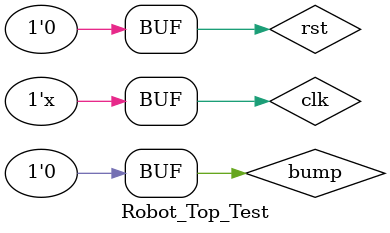
<source format=v>
`timescale 1ns/10ps

module Robot_Top_Test;

	reg clk,rst;
	reg bump;

	wire [3:0] wheel_wires_left; 
	wire [3:0] wheel_wires_right; 

	Robot_Top Robot_Top_tb(
	.clk(clk),
	.rst(rst),
	.bump(bump),
	.wheel_wires_left(wheel_wires_left),
	.wheel_wires_right(wheel_wires_right)
	);

	initial begin
	//	$stop;
		clk = 1'b0;
		rst = 1'b0;
		bump = 1'b0;
//		#20000 $stop;
#30 rst = 1'b1;
#50 rst = 1'b0;

#100 bump = 1'b1;
#50 bump = 1'b0;

	end

//	initial begin
//		$dumpfile("Robot_Top.vcd");
//		$dumpvars;
///	end	

	always begin
		#25 clk = !clk;
	end	

	
endmodule

</source>
